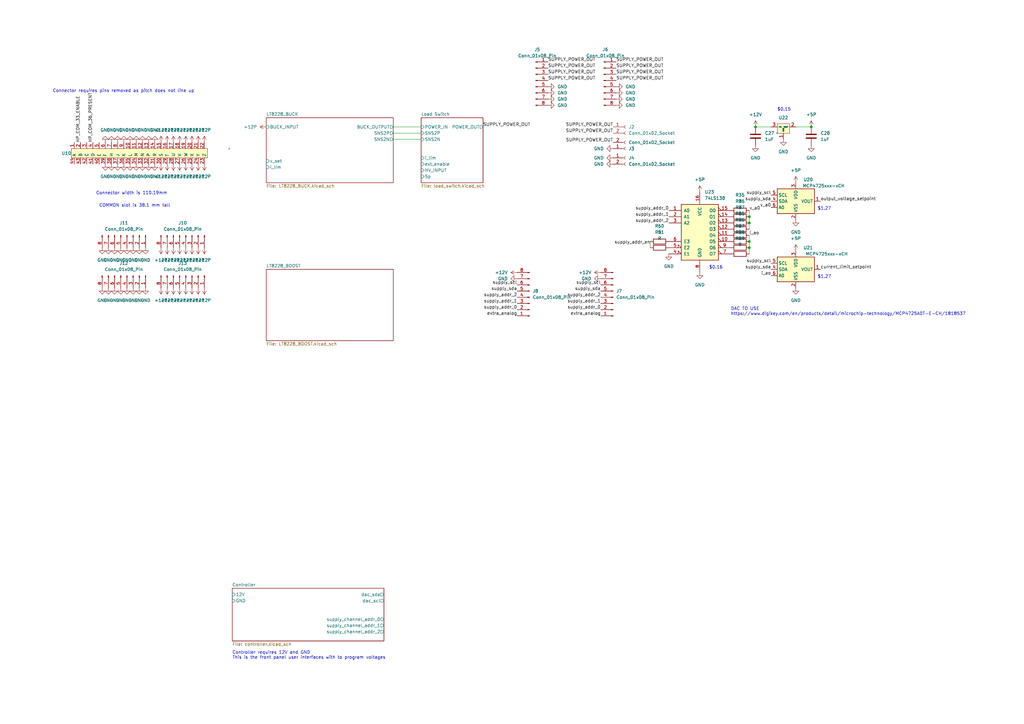
<source format=kicad_sch>
(kicad_sch (version 20230121) (generator eeschema)
  (paper "A3")
  (lib_symbols
    (symbol "74xx:74LS138" (pin_names (offset 1.016))
      (property "Reference" "U" (at -7.62 11.43 0))
      (property "Value" "74LS138" (at -7.62 -13.97 0))
      (symbol "74LS138_1_0"
        (pin input line (at -12.7 7.62 0) (length 5.08) (name "A0") (number "1"))
        (pin output output_low (at 12.7 -5.08 180) (length 5.08) (name "O5") (number "10"))
        (pin output output_low (at 12.7 -2.54 180) (length 5.08) (name "O4") (number "11"))
        (pin output output_low (at 12.7 0 180) (length 5.08) (name "O3") (number "12"))
        (pin output output_low (at 12.7 2.54 180) (length 5.08) (name "O2") (number "13"))
        (pin output output_low (at 12.7 5.08 180) (length 5.08) (name "O1") (number "14"))
        (pin output output_low (at 12.7 7.62 180) (length 5.08) (name "O0") (number "15"))
        (pin power_in line (at 0 15.24 270) (length 5.08) (name "VCC") (number "16"))
        (pin input line (at -12.7 5.08 0) (length 5.08) (name "A1") (number "2"))
        (pin input line (at -12.7 2.54 0) (length 5.08) (name "A2") (number "3"))
        (pin input input_low (at -12.7 -10.16 0) (length 5.08) (name "E1") (number "4"))
        (pin input input_low (at -12.7 -7.62 0) (length 5.08) (name "E2") (number "5"))
        (pin input line (at -12.7 -5.08 0) (length 5.08) (name "E3") (number "6"))
        (pin output output_low (at 12.7 -10.16 180) (length 5.08) (name "O7") (number "7"))
        (pin power_in line (at 0 -17.78 90) (length 5.08) (name "GND") (number "8"))
        (pin output output_low (at 12.7 -7.62 180) (length 5.08) (name "O6") (number "9"))
      )
      (symbol "74LS138_1_1"
        (rectangle (start -7.62 10.16) (end 7.62 -12.7) (stroke (width 0.254)) (fill (type background)))
      )
    )
    (symbol "Analog_DAC:MCP4725xxx-xCH"
      (property "Reference" "U" (at -6.35 6.35 0))
      (property "Value" "MCP4725xxx-xCH" (at 8.89 6.35 0))
      (symbol "MCP4725xxx-xCH_0_1"
        (rectangle (start -7.62 5.08) (end 7.62 -5.08) (stroke (width 0.254)) (fill (type background)))
      )
      (symbol "MCP4725xxx-xCH_1_1"
        (pin output line (at 10.16 0 180) (length 2.54) (name "VOUT") (number "1"))
        (pin power_in line (at 0 -7.62 90) (length 2.54) (name "VSS") (number "2"))
        (pin power_in line (at 0 7.62 270) (length 2.54) (name "VDD") (number "3"))
        (pin bidirectional line (at -10.16 0 0) (length 2.54) (name "SDA") (number "4"))
        (pin input line (at -10.16 2.54 0) (length 2.54) (name "SCL") (number "5"))
        (pin input line (at -10.16 -2.54 0) (length 2.54) (name "A0") (number "6"))
      )
    )
    (symbol "Connector:Conn_01x02_Socket" (pin_names (offset 1.016) hide)
      (property "Reference" "J" (at 0 2.54 0))
      (property "Value" "Conn_01x02_Socket" (at 0 -5.08 0))
      (symbol "Conn_01x02_Socket_1_1"
        (arc (start 0 -2.032) (mid -0.5058 -2.54) (end 0 -3.048) (stroke (width 0.1524)))
        (polyline (pts (xy -1.27 -2.54) (xy -0.508 -2.54)) (stroke (width 0.1524)))
        (polyline (pts (xy -1.27 0) (xy -0.508 0)) (stroke (width 0.1524)))
        (arc (start 0 0.508) (mid -0.5058 0) (end 0 -0.508) (stroke (width 0.1524)))
        (pin passive line (at -5.08 0 0) (length 3.81) (name "Pin_1") (number "1"))
        (pin passive line (at -5.08 -2.54 0) (length 3.81) (name "Pin_2") (number "2"))
      )
    )
    (symbol "Connector:Conn_01x08_Pin" (pin_names (offset 1.016) hide)
      (property "Reference" "J" (at 0 10.16 0))
      (property "Value" "Conn_01x08_Pin" (at 0 -12.7 0))
      (symbol "Conn_01x08_Pin_1_1"
        (polyline (pts (xy 1.27 -10.16) (xy 0.8636 -10.16)) (stroke (width 0.1524)))
        (polyline (pts (xy 1.27 -7.62) (xy 0.8636 -7.62)) (stroke (width 0.1524)))
        (polyline (pts (xy 1.27 -5.08) (xy 0.8636 -5.08)) (stroke (width 0.1524)))
        (polyline (pts (xy 1.27 -2.54) (xy 0.8636 -2.54)) (stroke (width 0.1524)))
        (polyline (pts (xy 1.27 0) (xy 0.8636 0)) (stroke (width 0.1524)))
        (polyline (pts (xy 1.27 2.54) (xy 0.8636 2.54)) (stroke (width 0.1524)))
        (polyline (pts (xy 1.27 5.08) (xy 0.8636 5.08)) (stroke (width 0.1524)))
        (polyline (pts (xy 1.27 7.62) (xy 0.8636 7.62)) (stroke (width 0.1524)))
        (rectangle (start 0.8636 -10.033) (end 0 -10.287) (stroke (width 0.1524)) (fill (type outline)))
        (rectangle (start 0.8636 -7.493) (end 0 -7.747) (stroke (width 0.1524)) (fill (type outline)))
        (rectangle (start 0.8636 -4.953) (end 0 -5.207) (stroke (width 0.1524)) (fill (type outline)))
        (rectangle (start 0.8636 -2.413) (end 0 -2.667) (stroke (width 0.1524)) (fill (type outline)))
        (rectangle (start 0.8636 0.127) (end 0 -0.127) (stroke (width 0.1524)) (fill (type outline)))
        (rectangle (start 0.8636 2.667) (end 0 2.413) (stroke (width 0.1524)) (fill (type outline)))
        (rectangle (start 0.8636 5.207) (end 0 4.953) (stroke (width 0.1524)) (fill (type outline)))
        (rectangle (start 0.8636 7.747) (end 0 7.493) (stroke (width 0.1524)) (fill (type outline)))
        (pin passive line (at 5.08 7.62 180) (length 3.81) (name "Pin_1") (number "1"))
        (pin passive line (at 5.08 5.08 180) (length 3.81) (name "Pin_2") (number "2"))
        (pin passive line (at 5.08 2.54 180) (length 3.81) (name "Pin_3") (number "3"))
        (pin passive line (at 5.08 0 180) (length 3.81) (name "Pin_4") (number "4"))
        (pin passive line (at 5.08 -2.54 180) (length 3.81) (name "Pin_5") (number "5"))
        (pin passive line (at 5.08 -5.08 180) (length 3.81) (name "Pin_6") (number "6"))
        (pin passive line (at 5.08 -7.62 180) (length 3.81) (name "Pin_7") (number "7"))
        (pin passive line (at 5.08 -10.16 180) (length 3.81) (name "Pin_8") (number "8"))
      )
    )
    (symbol "Device:C" (pin_numbers hide) (pin_names (offset 0.254))
      (property "Reference" "C" (at 0.635 2.54 0))
      (property "Value" "C" (at 0.635 -2.54 0))
      (symbol "C_0_1"
        (polyline (pts (xy -2.032 -0.762) (xy 2.032 -0.762)) (stroke (width 0.508)))
        (polyline (pts (xy -2.032 0.762) (xy 2.032 0.762)) (stroke (width 0.508)))
      )
      (symbol "C_1_1"
        (pin passive line (at 0 3.81 270) (length 2.794) (name "~") (number "1"))
        (pin passive line (at 0 -3.81 90) (length 2.794) (name "~") (number "2"))
      )
    )
    (symbol "Device:R" (pin_numbers hide) (pin_names (offset 0))
      (property "Reference" "R" (at 2.032 0 90))
      (property "Value" "R" (at 0 0 90))
      (symbol "R_0_1"
        (rectangle (start -1.016 -2.54) (end 1.016 2.54) (stroke (width 0.254)))
      )
      (symbol "R_1_1"
        (pin passive line (at 0 3.81 270) (length 1.27) (name "~") (number "1"))
        (pin passive line (at 0 -3.81 90) (length 1.27) (name "~") (number "2"))
      )
    )
    (symbol "my parts:50-44A-30"
      (property "Reference" "J" (at 0 0 0))
      (symbol "50-44A-30_1_1"
        (rectangle (start 0 64.77) (end 3.81 8.89) (fill (type background)))
        (pin input line (at -2.54 63.5 0) (length 2.54) (name "") (number "1"))
        (pin input line (at -2.54 40.64 0) (length 2.54) (name "") (number "10"))
        (pin input line (at -2.54 38.1 0) (length 2.54) (name "") (number "11"))
        (pin input line (at -2.54 35.56 0) (length 2.54) (name "") (number "12"))
        (pin input line (at -2.54 33.02 0) (length 2.54) (name "") (number "13"))
        (pin input line (at -2.54 30.48 0) (length 2.54) (name "") (number "14"))
        (pin input line (at -2.54 27.94 0) (length 2.54) (name "") (number "15"))
        (pin input line (at -2.54 25.4 0) (length 2.54) (name "") (number "16"))
        (pin input line (at -2.54 22.86 0) (length 2.54) (name "") (number "17"))
        (pin input line (at -2.54 20.32 0) (length 2.54) (name "") (number "18"))
        (pin input line (at -2.54 17.78 0) (length 2.54) (name "") (number "19"))
        (pin input line (at -2.54 60.96 0) (length 2.54) (name "") (number "2"))
        (pin input line (at -2.54 15.24 0) (length 2.54) (name "") (number "20"))
        (pin input line (at -2.54 12.7 0) (length 2.54) (name "") (number "21"))
        (pin input line (at -2.54 10.16 0) (length 2.54) (name "") (number "22"))
        (pin input line (at 6.35 10.16 180) (length 2.54) (name "Z") (number "23"))
        (pin input line (at 6.35 12.7 180) (length 2.54) (name "Y") (number "24"))
        (pin input line (at 6.35 15.24 180) (length 2.54) (name "X") (number "25"))
        (pin input line (at 6.35 17.78 180) (length 2.54) (name "W") (number "26"))
        (pin input line (at 6.35 20.32 180) (length 2.54) (name "V") (number "27"))
        (pin input line (at 6.35 22.86 180) (length 2.54) (name "U") (number "28"))
        (pin input line (at 6.35 25.4 180) (length 2.54) (name "T") (number "29"))
        (pin input line (at -2.54 58.42 0) (length 2.54) (name "") (number "3"))
        (pin input line (at 6.35 27.94 180) (length 2.54) (name "S") (number "30"))
        (pin input line (at 6.35 30.48 180) (length 2.54) (name "R") (number "31"))
        (pin input line (at 6.35 33.02 180) (length 2.54) (name "P") (number "32"))
        (pin input line (at 6.35 35.56 180) (length 2.54) (name "N") (number "33"))
        (pin input line (at 6.35 38.1 180) (length 2.54) (name "M") (number "34"))
        (pin input line (at 6.35 40.64 180) (length 2.54) (name "L") (number "35"))
        (pin input line (at 6.35 43.18 180) (length 2.54) (name "K") (number "36"))
        (pin input line (at 6.35 45.72 180) (length 2.54) (name "J") (number "37"))
        (pin input line (at 6.35 48.26 180) (length 2.54) (name "H") (number "38"))
        (pin input line (at 6.35 50.8 180) (length 2.54) (name "F") (number "39"))
        (pin input line (at -2.54 55.88 0) (length 2.54) (name "") (number "4"))
        (pin input line (at 6.35 53.34 180) (length 2.54) (name "E") (number "40"))
        (pin input line (at 6.35 55.88 180) (length 2.54) (name "D") (number "41"))
        (pin input line (at 6.35 58.42 180) (length 2.54) (name "C") (number "42"))
        (pin input line (at 6.35 60.96 180) (length 2.54) (name "B") (number "43"))
        (pin input line (at 6.35 63.5 180) (length 2.54) (name "A") (number "44"))
        (pin input line (at -2.54 53.34 0) (length 2.54) (name "") (number "5"))
        (pin input line (at -2.54 50.8 0) (length 2.54) (name "") (number "6"))
        (pin input line (at -2.54 48.26 0) (length 2.54) (name "") (number "7"))
        (pin input line (at -2.54 45.72 0) (length 2.54) (name "") (number "8"))
        (pin input line (at -2.54 43.18 0) (length 2.54) (name "") (number "9"))
      )
    )
    (symbol "my parts:spx1117m3-l-5-0"
      (property "Reference" "U" (at 0 0 0))
      (symbol "spx1117m3-l-5-0_1_1"
        (rectangle (start 0 3.81) (end 5.08 0) (fill (type background)))
        (pin input line (at 2.54 -2.54 90) (length 2.54) (name "GND") (number "1"))
        (pin output line (at 7.62 2.54 180) (length 2.54) (name "VOUT") (number "2"))
        (pin input line (at -2.54 2.54 0) (length 2.54) (name "VIN") (number "3"))
      )
    )
    (symbol "power:+12P" (power) (pin_names (offset 0))
      (property "Value" "+12P" (at 0 3.556 0))
      (symbol "+12P_0_1"
        (polyline (pts (xy -0.762 1.27) (xy 0 2.54)))
        (polyline (pts (xy 0 0) (xy 0 2.54)))
        (polyline (pts (xy 0 2.54) (xy 0.762 1.27)))
      )
      (symbol "+12P_1_1"
        (pin power_in line (at 0 0 90) (length 0) hide (name "+12P") (number "1"))
      )
    )
    (symbol "power:+12V" (power) (pin_names (offset 0))
      (property "Value" "+12V" (at 0 3.556 0))
      (symbol "+12V_0_1"
        (polyline (pts (xy -0.762 1.27) (xy 0 2.54)))
        (polyline (pts (xy 0 0) (xy 0 2.54)))
        (polyline (pts (xy 0 2.54) (xy 0.762 1.27)))
      )
      (symbol "+12V_1_1"
        (pin power_in line (at 0 0 90) (length 0) hide (name "+12V") (number "1"))
      )
    )
    (symbol "power:+5P" (power) (pin_names (offset 0))
      (property "Value" "+5P" (at 0 3.556 0))
      (symbol "+5P_0_1"
        (polyline (pts (xy -0.762 1.27) (xy 0 2.54)))
        (polyline (pts (xy 0 0) (xy 0 2.54)))
        (polyline (pts (xy 0 2.54) (xy 0.762 1.27)))
      )
      (symbol "+5P_1_1"
        (pin power_in line (at 0 0 90) (length 0) hide (name "+5P") (number "1"))
      )
    )
    (symbol "power:GND" (power) (pin_names (offset 0))
      (property "Value" "GND" (at 0 -3.81 0))
      (symbol "GND_0_1"
        (polyline (pts (xy 0 0) (xy 0 -1.27) (xy 1.27 -1.27) (xy 0 -2.54) (xy -1.27 -1.27) (xy 0 -1.27)))
      )
      (symbol "GND_1_1"
        (pin power_in line (at 0 0 270) (length 0) hide (name "GND") (number "1"))
      )
    )
  )
  (junction (at 307.34 101.6))
  (junction (at 307.34 91.44))
  (junction (at 307.34 99.06))
  (junction (at 307.34 88.9))
  (junction (at 332.74 52.07))
  (junction (at 309.88 52.07))
  (wire (pts (xy 332.74 52.07) (xy 326.39 52.07)))
  (wire (pts (xy 307.34 101.6) (xy 307.34 104.14)))
  (wire (pts (xy 161.29 54.61) (xy 172.72 54.61)))
  (wire (pts (xy 161.29 57.15) (xy 172.72 57.15)))
  (wire (pts (xy 307.34 91.44) (xy 307.34 93.98)))
  (wire (pts (xy 307.34 86.36) (xy 307.34 88.9)))
  (wire (pts (xy 309.88 52.07) (xy 316.23 52.07)))
  (wire (pts (xy 307.34 99.06) (xy 307.34 101.6)))
  (wire (pts (xy 307.34 96.52) (xy 307.34 99.06)))
  (wire (pts (xy 161.29 52.07) (xy 172.72 52.07)))
  (wire (pts (xy 266.7 99.06) (xy 266.7 101.6)))
  (wire (pts (xy 307.34 88.9) (xy 307.34 91.44)))
  (text "$0.15" (at 318.77 45.72 0) (effects (font (size 1.27 1.27)) (justify left bottom)))
  (text "COMMON slot is 38.1 mm tall" (at 40.64 85.09 0) (effects (font (size 1.27 1.27)) (justify left bottom)))
  (text "Connector requires pins removed as pitch does not line up\n" (at 21.59 38.1 0) (effects (font (size 1.27 1.27)) (justify left bottom)))
  (text "$1.27" (at 335.28 114.3 0) (effects (font (size 1.27 1.27)) (justify left bottom)))
  (text "DAC TO USE\nhttps://www.digikey.com/en/products/detail/microchip-technology/MCP4725A0T-E-CH/1818537" (at 299.72 129.54 0) (effects (font (size 1.27 1.27)) (justify left bottom)))
  (text "$1.27" (at 335.28 86.36 0) (effects (font (size 1.27 1.27)) (justify left bottom)))
  (text "Controller requires 12V and GND\nThis is the front panel user interfaces with to program voltages" (at 95.25 270.51 0) (effects (font (size 1.27 1.27)) (justify left bottom)))
  (text "$0.16" (at 290.83 110.49 0) (effects (font (size 1.27 1.27)) (justify left bottom)))
  (text "Connector width is 110.19mm" (at 39.37 80.01 0) (effects (font (size 1.27 1.27)) (justify left bottom)))
  (label "SUPPLY_POWER_OUT" (at 224.79 30.48 0))
  (label "supply_scl" (at 212.09 116.84 180))
  (label "supply_sda" (at 316.23 82.55 180))
  (label "extra_analog" (at 246.38 129.54 180))
  (label "HP_COM_36_PRESENT" (at 38.1 58.42 90))
  (label "supply_addr_2" (at 212.09 121.92 180))
  (label "supply_sda" (at 246.38 119.38 180))
  (label "extra_analog" (at 212.09 129.54 180))
  (label "SUPPLY_POWER_OUT" (at 251.46 52.07 180))
  (label "supply_addr_2" (at 246.38 121.92 180))
  (label "v_a0" (at 307.34 86.36 0))
  (label "HP_COM_33_ENABLE" (at 33.02 58.42 90))
  (label "i_ao" (at 307.34 96.52 0))
  (label "supply_addr_0" (at 274.32 86.36 180))
  (label "SUPPLY_POWER_OUT" (at 224.79 27.94 0))
  (label "supply_addr_1" (at 274.32 88.9 180))
  (label "current_limit_setpoint" (at 336.55 110.49 0))
  (label "SUPPLY_POWER_OUT" (at 252.73 25.4 0))
  (label "SUPPLY_POWER_OUT" (at 252.73 27.94 0))
  (label "SUPPLY_POWER_OUT" (at 251.46 54.61 180))
  (label "supply_sda" (at 316.23 110.49 180))
  (label "supply_addr_0" (at 246.38 127 180))
  (label "supply_addr_en" (at 266.7 100.33 180))
  (label "supply_addr_1" (at 212.09 124.46 180))
  (label "SUPPLY_POWER_OUT" (at 224.79 25.4 0))
  (label "supply_scl" (at 316.23 107.95 180))
  (label "supply_scl" (at 246.38 116.84 180))
  (label "SUPPLY_POWER_OUT" (at 251.46 58.42 180))
  (label "SUPPLY_POWER_OUT" (at 198.12 52.07 0))
  (label "output_voltage_setpoint" (at 336.55 82.55 0))
  (label "SUPPLY_POWER_OUT" (at 252.73 30.48 0))
  (label "i_ao" (at 316.23 113.03 180))
  (label "SUPPLY_POWER_OUT" (at 252.73 33.02 0))
  (label "SUPPLY_POWER_OUT" (at 224.79 33.02 0))
  (label "v_a0" (at 316.23 85.09 180))
  (label "supply_addr_1" (at 246.38 124.46 180))
  (label "supply_addr_0" (at 212.09 127 180))
  (label "supply_scl" (at 316.23 80.01 180))
  (label "supply_addr_2" (at 274.32 91.44 180))
  (label "supply_sda" (at 212.09 119.38 180))
  (symbol (lib_id "power:+12P") (at 83.82 118.11 180) (unit 1)
    (property "Reference" "#PWR0190" (effects hide))
    (property "Value" "+12P" (at 83.82 123.19 0))
  )
  (symbol (lib_id "Connector:Conn_01x08_Pin") (at 52.07 113.03 270) (unit 1)
    (property "Reference" "J12" (at 50.8 107.95 90))
    (property "Value" "Conn_01x08_Pin" (at 50.8 110.49 90))
    (property "Footprint" "Connector_PinHeader_2.54mm:PinHeader_1x08_P2.54mm_Vertical" (effects hide))
  )
  (symbol (lib_id "Device:R") (at 303.53 96.52 90) (unit 1)
    (property "Reference" "R56" (at 303.53 90.17 90))
    (property "Value" "R" (at 303.53 92.71 90))
    (property "Footprint" "Resistor_SMD:R_0603_1608Metric_Pad0.98x0.95mm_HandSolder" (effects hide))
  )
  (symbol (lib_id "power:GND") (at 46.99 101.6 0) (unit 1)
    (property "Reference" "#PWR0161" (effects hide))
    (property "Value" "GND" (at 46.99 106.68 0))
  )
  (symbol (lib_id "Device:R") (at 303.53 86.36 90) (unit 1)
    (property "Reference" "R35" (at 303.53 80.01 90))
    (property "Value" "R" (at 303.53 82.55 90))
    (property "Footprint" "Resistor_SMD:R_0603_1608Metric_Pad0.98x0.95mm_HandSolder" (effects hide))
  )
  (symbol (lib_id "power:+12P") (at 68.58 101.6 180) (unit 1)
    (property "Reference" "#PWR0168" (effects hide))
    (property "Value" "+12P" (at 68.58 106.68 0))
  )
  (symbol (lib_id "power:GND") (at 60.96 67.31 0) (unit 1)
    (property "Reference" "#PWR074" (effects hide))
    (property "Value" "GND" (at 60.96 72.39 0))
  )
  (symbol (lib_id "power:GND") (at 321.31 57.15 0) (unit 1)
    (property "Reference" "#PWR059" (effects hide))
    (property "Value" "GND" (at 321.31 62.23 0))
  )
  (symbol (lib_id "power:GND") (at 57.15 118.11 0) (unit 1)
    (property "Reference" "#PWR0181" (effects hide))
    (property "Value" "GND" (at 57.15 123.19 0))
  )
  (symbol (lib_id "my parts:50-44A-30") (at 93.98 60.96 90) (mirror x) (unit 1)
    (property "Reference" "U10" (at 29.21 62.865 90) (effects (justify left)))
    (property "Value" "~" (at 93.98 60.96 0))
    (property "Footprint" "AudioJacks:50-44A-30" (effects hide))
  )
  (symbol (lib_id "power:+12P") (at 81.28 58.42 0) (unit 1)
    (property "Reference" "#PWR097" (effects hide))
    (property "Value" "+12P" (at 81.28 53.34 0))
  )
  (symbol (lib_id "power:+5P") (at 326.39 102.87 0) (unit 1)
    (property "Reference" "#PWR061" (effects hide))
    (property "Value" "+5P" (at 326.39 97.79 0))
  )
  (symbol (lib_id "power:GND") (at 252.73 35.56 90) (unit 1)
    (property "Reference" "#PWR0150" (effects hide))
    (property "Value" "GND" (at 256.54 35.56 90) (effects (justify right)))
  )
  (symbol (lib_id "power:GND") (at 309.88 59.69 0) (unit 1)
    (property "Reference" "#PWR057" (effects hide))
    (property "Value" "GND" (at 309.88 64.77 0))
  )
  (symbol (lib_id "power:GND") (at 58.42 58.42 180) (unit 1)
    (property "Reference" "#PWR088" (effects hide))
    (property "Value" "GND" (at 58.42 53.34 0))
  )
  (symbol (lib_id "power:GND") (at 251.46 60.96 270) (unit 1)
    (property "Reference" "#PWR0145" (effects hide))
    (property "Value" "GND" (at 247.65 60.96 90) (effects (justify right)))
  )
  (symbol (lib_id "power:+12P") (at 76.2 58.42 0) (unit 1)
    (property "Reference" "#PWR095" (effects hide))
    (property "Value" "+12P" (at 76.2 53.34 0))
  )
  (symbol (lib_id "power:GND") (at 48.26 67.31 0) (unit 1)
    (property "Reference" "#PWR079" (effects hide))
    (property "Value" "GND" (at 48.26 72.39 0))
  )
  (symbol (lib_id "power:GND") (at 326.39 118.11 0) (unit 1)
    (property "Reference" "#PWR043" (effects hide))
    (property "Value" "GND" (at 326.39 123.19 0))
  )
  (symbol (lib_id "power:+12P") (at 71.12 58.42 0) (unit 1)
    (property "Reference" "#PWR093" (effects hide))
    (property "Value" "+12P" (at 71.12 53.34 0))
  )
  (symbol (lib_id "power:GND") (at 43.18 67.31 0) (unit 1)
    (property "Reference" "#PWR081" (effects hide))
    (property "Value" "GND" (at 43.18 72.39 0))
  )
  (symbol (lib_id "power:GND") (at 53.34 58.42 180) (unit 1)
    (property "Reference" "#PWR086" (effects hide))
    (property "Value" "GND" (at 53.34 53.34 0))
  )
  (symbol (lib_id "power:+12P") (at 76.2 118.11 180) (unit 1)
    (property "Reference" "#PWR0187" (effects hide))
    (property "Value" "+12P" (at 76.2 123.19 0))
  )
  (symbol (lib_id "74xx:74LS138") (at 287.02 93.98 0) (unit 1)
    (property "Reference" "U23" (at 288.9759 78.74 0) (effects (justify left)))
    (property "Value" "74LS138" (at 288.9759 81.28 0) (effects (justify left)))
    (property "Footprint" "Package_SO:SOIC-16_3.9x9.9mm_P1.27mm" (effects hide))
    (property "Datasheet" "http://www.ti.com/lit/gpn/sn74LS138" (effects hide))
  )
  (symbol (lib_id "power:+12V") (at 309.88 52.07 0) (unit 1)
    (property "Reference" "#PWR044" (effects hide))
    (property "Value" "+12V" (at 309.88 46.99 0))
  )
  (symbol (lib_id "power:GND") (at 224.79 38.1 90) (unit 1)
    (property "Reference" "#PWR0147" (effects hide))
    (property "Value" "GND" (at 228.6 38.1 90) (effects (justify right)))
  )
  (symbol (lib_id "power:GND") (at 41.91 118.11 0) (unit 1)
    (property "Reference" "#PWR0175" (effects hide))
    (property "Value" "GND" (at 41.91 123.19 0))
  )
  (symbol (lib_id "power:+12P") (at 109.22 52.07 90) (unit 1)
    (property "Reference" "#PWR06" (effects hide))
    (property "Value" "+12P" (at 105.41 52.07 90) (effects (justify left)))
  )
  (symbol (lib_id "power:GND") (at 287.02 111.76 0) (unit 1)
    (property "Reference" "#PWR062" (effects hide))
    (property "Value" "GND" (at 287.02 116.84 0))
  )
  (symbol (lib_id "power:GND") (at 246.38 114.3 270) (unit 1)
    (property "Reference" "#PWR0154" (effects hide))
    (property "Value" "GND" (at 242.57 114.3 90) (effects (justify right)))
  )
  (symbol (lib_id "power:GND") (at 274.32 104.14 0) (unit 1)
    (property "Reference" "#PWR064" (effects hide))
    (property "Value" "GND" (at 274.32 109.22 0))
  )
  (symbol (lib_id "power:GND") (at 54.61 101.6 0) (unit 1)
    (property "Reference" "#PWR0164" (effects hide))
    (property "Value" "GND" (at 54.61 106.68 0))
  )
  (symbol (lib_id "power:GND") (at 49.53 118.11 0) (unit 1)
    (property "Reference" "#PWR0178" (effects hide))
    (property "Value" "GND" (at 49.53 123.19 0))
  )
  (symbol (lib_id "power:+12P") (at 78.74 118.11 180) (unit 1)
    (property "Reference" "#PWR0188" (effects hide))
    (property "Value" "+12P" (at 78.74 123.19 0))
  )
  (symbol (lib_id "power:GND") (at 41.91 101.6 0) (unit 1)
    (property "Reference" "#PWR0159" (effects hide))
    (property "Value" "GND" (at 41.91 106.68 0))
  )
  (symbol (lib_id "power:GND") (at 60.96 58.42 180) (unit 1)
    (property "Reference" "#PWR089" (effects hide))
    (property "Value" "GND" (at 60.96 53.34 0))
  )
  (symbol (lib_id "power:+12P") (at 71.12 118.11 180) (unit 1)
    (property "Reference" "#PWR0185" (effects hide))
    (property "Value" "+12P" (at 71.12 123.19 0))
  )
  (symbol (lib_id "Connector:Conn_01x08_Pin") (at 76.2 113.03 270) (unit 1)
    (property "Reference" "J13" (at 74.93 107.95 90))
    (property "Value" "Conn_01x08_Pin" (at 74.93 110.49 90))
    (property "Footprint" "Connector_PinHeader_2.54mm:PinHeader_1x08_P2.54mm_Vertical" (effects hide))
  )
  (symbol (lib_id "power:GND") (at 252.73 38.1 90) (unit 1)
    (property "Reference" "#PWR0151" (effects hide))
    (property "Value" "GND" (at 256.54 38.1 90) (effects (justify right)))
  )
  (symbol (lib_id "power:+12P") (at 66.04 118.11 180) (unit 1)
    (property "Reference" "#PWR0183" (effects hide))
    (property "Value" "+12P" (at 66.04 123.19 0))
  )
  (symbol (lib_id "Device:R") (at 270.51 99.06 90) (unit 1)
    (property "Reference" "R60" (at 270.51 92.71 90))
    (property "Value" "R" (at 270.51 95.25 90))
    (property "Footprint" "Resistor_SMD:R_0603_1608Metric_Pad0.98x0.95mm_HandSolder" (effects hide))
  )
  (symbol (lib_id "power:+12P") (at 81.28 101.6 180) (unit 1)
    (property "Reference" "#PWR0173" (effects hide))
    (property "Value" "+12P" (at 81.28 106.68 0))
  )
  (symbol (lib_id "power:+12P") (at 83.82 67.31 180) (unit 1)
    (property "Reference" "#PWR0107" (effects hide))
    (property "Value" "+12P" (at 83.82 72.39 0))
  )
  (symbol (lib_id "power:GND") (at 326.39 90.17 0) (unit 1)
    (property "Reference" "#PWR041" (effects hide))
    (property "Value" "GND" (at 326.39 95.25 0))
  )
  (symbol (lib_id "power:+12P") (at 73.66 67.31 180) (unit 1)
    (property "Reference" "#PWR0103" (effects hide))
    (property "Value" "+12P" (at 73.66 72.39 0))
  )
  (symbol (lib_id "power:GND") (at 55.88 58.42 180) (unit 1)
    (property "Reference" "#PWR087" (effects hide))
    (property "Value" "GND" (at 55.88 53.34 0))
  )
  (symbol (lib_id "power:GND") (at 50.8 67.31 0) (unit 1)
    (property "Reference" "#PWR078" (effects hide))
    (property "Value" "GND" (at 50.8 72.39 0))
  )
  (symbol (lib_id "power:+12P") (at 73.66 58.42 0) (unit 1)
    (property "Reference" "#PWR094" (effects hide))
    (property "Value" "+12P" (at 73.66 53.34 0))
  )
  (symbol (lib_id "power:GND") (at 212.09 114.3 270) (unit 1)
    (property "Reference" "#PWR0156" (effects hide))
    (property "Value" "GND" (at 208.28 114.3 90) (effects (justify right)))
  )
  (symbol (lib_id "power:+12P") (at 78.74 58.42 0) (unit 1)
    (property "Reference" "#PWR096" (effects hide))
    (property "Value" "+12P" (at 78.74 53.34 0))
  )
  (symbol (lib_id "power:GND") (at 50.8 58.42 180) (unit 1)
    (property "Reference" "#PWR085" (effects hide))
    (property "Value" "GND" (at 50.8 53.34 0))
  )
  (symbol (lib_id "power:GND") (at 63.5 58.42 180) (unit 1)
    (property "Reference" "#PWR022" (effects hide))
    (property "Value" "GND" (at 63.5 53.34 0))
  )
  (symbol (lib_id "power:+12P") (at 71.12 101.6 180) (unit 1)
    (property "Reference" "#PWR0169" (effects hide))
    (property "Value" "+12P" (at 71.12 106.68 0))
  )
  (symbol (lib_id "power:+12P") (at 73.66 118.11 180) (unit 1)
    (property "Reference" "#PWR0186" (effects hide))
    (property "Value" "+12P" (at 73.66 123.19 0))
  )
  (symbol (lib_id "power:+12P") (at 81.28 118.11 180) (unit 1)
    (property "Reference" "#PWR0189" (effects hide))
    (property "Value" "+12P" (at 81.28 123.19 0))
  )
  (symbol (lib_id "Connector:Conn_01x08_Pin") (at 76.2 96.52 270) (unit 1)
    (property "Reference" "J10" (at 74.93 91.44 90))
    (property "Value" "Conn_01x08_Pin" (at 74.93 93.98 90))
    (property "Footprint" "Connector_PinHeader_2.54mm:PinHeader_1x08_P2.54mm_Vertical" (effects hide))
  )
  (symbol (lib_id "Device:R") (at 303.53 101.6 90) (unit 1)
    (property "Reference" "R58" (at 303.53 95.25 90))
    (property "Value" "R" (at 303.53 97.79 90))
    (property "Footprint" "Resistor_SMD:R_0603_1608Metric_Pad0.98x0.95mm_HandSolder" (effects hide))
  )
  (symbol (lib_id "power:+12P") (at 81.28 67.31 180) (unit 1)
    (property "Reference" "#PWR0106" (effects hide))
    (property "Value" "+12P" (at 81.28 72.39 0))
  )
  (symbol (lib_id "power:GND") (at 52.07 118.11 0) (unit 1)
    (property "Reference" "#PWR0179" (effects hide))
    (property "Value" "GND" (at 52.07 123.19 0))
  )
  (symbol (lib_id "power:+12P") (at 66.04 58.42 0) (unit 1)
    (property "Reference" "#PWR091" (effects hide))
    (property "Value" "+12P" (at 66.04 53.34 0))
  )
  (symbol (lib_id "Connector:Conn_01x08_Pin") (at 251.46 121.92 180) (unit 1)
    (property "Reference" "J7" (at 252.73 119.38 0) (effects (justify right)))
    (property "Value" "Conn_01x08_Pin" (at 252.73 121.92 0) (effects (justify right)))
    (property "Footprint" "Connector_PinHeader_2.54mm:PinHeader_1x08_P2.54mm_Vertical" (effects hide))
  )
  (symbol (lib_id "Connector:Conn_01x08_Pin") (at 52.07 96.52 270) (unit 1)
    (property "Reference" "J11" (at 50.8 91.44 90))
    (property "Value" "Conn_01x08_Pin" (at 50.8 93.98 90))
    (property "Footprint" "Connector_PinHeader_2.54mm:PinHeader_1x08_P2.54mm_Vertical" (effects hide))
  )
  (symbol (lib_id "Device:C") (at 309.88 55.88 0) (unit 1)
    (property "Reference" "C27" (at 313.69 54.61 0) (effects (justify left)))
    (property "Value" "1uF" (at 313.69 57.15 0) (effects (justify left)))
    (property "Footprint" "Capacitor_SMD:C_1206_3216Metric_Pad1.33x1.80mm_HandSolder" (effects hide))
  )
  (symbol (lib_id "power:+12P") (at 73.66 101.6 180) (unit 1)
    (property "Reference" "#PWR0170" (effects hide))
    (property "Value" "+12P" (at 73.66 106.68 0))
  )
  (symbol (lib_id "power:+12P") (at 68.58 67.31 180) (unit 1)
    (property "Reference" "#PWR0101" (effects hide))
    (property "Value" "+12P" (at 68.58 72.39 0))
  )
  (symbol (lib_id "power:GND") (at 224.79 43.18 90) (unit 1)
    (property "Reference" "#PWR0149" (effects hide))
    (property "Value" "GND" (at 228.6 43.18 90) (effects (justify right)))
  )
  (symbol (lib_id "power:+12V") (at 246.38 111.76 90) (unit 1)
    (property "Reference" "#PWR050" (effects hide))
    (property "Value" "+12V" (at 242.57 111.76 90) (effects (justify left)))
  )
  (symbol (lib_id "Connector:Conn_01x08_Pin") (at 217.17 121.92 180) (unit 1)
    (property "Reference" "J8" (at 218.44 119.38 0) (effects (justify right)))
    (property "Value" "Conn_01x08_Pin" (at 218.44 121.92 0) (effects (justify right)))
    (property "Footprint" "Connector_PinHeader_2.54mm:PinHeader_1x08_P2.54mm_Vertical" (effects hide))
  )
  (symbol (lib_id "power:GND") (at 251.46 67.31 270) (unit 1)
    (property "Reference" "#PWR0144" (effects hide))
    (property "Value" "GND" (at 247.65 67.31 90) (effects (justify right)))
  )
  (symbol (lib_id "power:GND") (at 48.26 58.42 180) (unit 1)
    (property "Reference" "#PWR084" (effects hide))
    (property "Value" "GND" (at 48.26 53.34 0))
  )
  (symbol (lib_id "power:GND") (at 63.5 67.31 0) (unit 1)
    (property "Reference" "#PWR07" (effects hide))
    (property "Value" "GND" (at 63.5 72.39 0))
  )
  (symbol (lib_id "power:GND") (at 252.73 43.18 90) (unit 1)
    (property "Reference" "#PWR0153" (effects hide))
    (property "Value" "GND" (at 256.54 43.18 90) (effects (justify right)))
  )
  (symbol (lib_id "power:GND") (at 44.45 118.11 0) (unit 1)
    (property "Reference" "#PWR0176" (effects hide))
    (property "Value" "GND" (at 44.45 123.19 0))
  )
  (symbol (lib_id "Connector:Conn_01x02_Socket") (at 256.54 64.77 0) (unit 1)
    (property "Reference" "J4" (at 257.81 64.77 0) (effects (justify left)))
    (property "Value" "Conn_01x02_Socket" (at 257.81 67.31 0) (effects (justify left)))
    (property "Footprint" "Connector_Phoenix_MC:PhoenixContact_MC_1,5_2-G-3.5_1x02_P3.50mm_Horizontal" (effects hide))
  )
  (symbol (lib_id "power:GND") (at 46.99 118.11 0) (unit 1)
    (property "Reference" "#PWR0177" (effects hide))
    (property "Value" "GND" (at 46.99 123.19 0))
  )
  (symbol (lib_id "power:GND") (at 59.69 118.11 0) (unit 1)
    (property "Reference" "#PWR0182" (effects hide))
    (property "Value" "GND" (at 59.69 123.19 0))
  )
  (symbol (lib_id "power:GND") (at 224.79 35.56 90) (unit 1)
    (property "Reference" "#PWR0146" (effects hide))
    (property "Value" "GND" (at 228.6 35.56 90) (effects (justify right)))
  )
  (symbol (lib_id "Device:R") (at 303.53 88.9 90) (unit 1)
    (property "Reference" "R36" (at 303.53 82.55 90))
    (property "Value" "R" (at 303.53 85.09 90))
    (property "Footprint" "Resistor_SMD:R_0603_1608Metric_Pad0.98x0.95mm_HandSolder" (effects hide))
  )
  (symbol (lib_id "power:+12P") (at 78.74 101.6 180) (unit 1)
    (property "Reference" "#PWR0172" (effects hide))
    (property "Value" "+12P" (at 78.74 106.68 0))
  )
  (symbol (lib_id "Connector:Conn_01x02_Socket") (at 256.54 60.96 0) (mirror x) (unit 1)
    (property "Reference" "J3" (at 257.81 60.96 0) (effects (justify left)))
    (property "Value" "Conn_01x02_Socket" (at 257.81 58.42 0) (effects (justify left)))
    (property "Footprint" "Connector_Phoenix_MC:PhoenixContact_MC_1,5_2-G-3.5_1x02_P3.50mm_Horizontal" (effects hide))
  )
  (symbol (lib_id "power:GND") (at 44.45 101.6 0) (unit 1)
    (property "Reference" "#PWR0160" (effects hide))
    (property "Value" "GND" (at 44.45 106.68 0))
  )
  (symbol (lib_id "Connector:Conn_01x08_Pin") (at 247.65 33.02 0) (unit 1)
    (property "Reference" "J6" (at 248.285 20.32 0))
    (property "Value" "Conn_01x08_Pin" (at 248.285 22.86 0))
    (property "Footprint" "Connector_PinHeader_2.54mm:PinHeader_1x08_P2.54mm_Vertical" (effects hide))
  )
  (symbol (lib_id "power:GND") (at 252.73 40.64 90) (unit 1)
    (property "Reference" "#PWR0152" (effects hide))
    (property "Value" "GND" (at 256.54 40.64 90) (effects (justify right)))
  )
  (symbol (lib_id "power:+12P") (at 83.82 58.42 0) (unit 1)
    (property "Reference" "#PWR098" (effects hide))
    (property "Value" "+12P" (at 83.82 53.34 0))
  )
  (symbol (lib_id "power:GND") (at 45.72 67.31 0) (unit 1)
    (property "Reference" "#PWR080" (effects hide))
    (property "Value" "GND" (at 45.72 72.39 0))
  )
  (symbol (lib_id "Analog_DAC:MCP4725xxx-xCH") (at 326.39 82.55 0) (unit 1)
    (property "Reference" "U20" (at 331.47 73.66 0))
    (property "Value" "MCP4725xxx-xCH" (at 337.82 76.2 0))
    (property "Footprint" "Package_TO_SOT_SMD:SOT-23-6" (effects hide))
    (property "Datasheet" "http://ww1.microchip.com/downloads/en/DeviceDoc/22039d.pdf" (effects hide))
  )
  (symbol (lib_id "power:GND") (at 45.72 58.42 180) (unit 1)
    (property "Reference" "#PWR083" (effects hide))
    (property "Value" "GND" (at 45.72 53.34 0))
  )
  (symbol (lib_id "my parts:spx1117m3-l-5-0") (at 318.77 54.61 0) (unit 1)
    (property "Reference" "U22" (at 321.31 48.26 0))
    (property "Value" "~" (at 318.77 54.61 0))
    (property "Footprint" "Package_TO_SOT_SMD:SOT-223-3_TabPin2" (effects hide))
  )
  (symbol (lib_id "power:+12P") (at 83.82 101.6 180) (unit 1)
    (property "Reference" "#PWR0174" (effects hide))
    (property "Value" "+12P" (at 83.82 106.68 0))
  )
  (symbol (lib_id "power:+12P") (at 68.58 58.42 0) (unit 1)
    (property "Reference" "#PWR092" (effects hide))
    (property "Value" "+12P" (at 68.58 53.34 0))
  )
  (symbol (lib_id "Device:R") (at 270.51 101.6 90) (unit 1)
    (property "Reference" "R61" (at 270.51 95.25 90))
    (property "Value" "R" (at 270.51 97.79 90))
    (property "Footprint" "Resistor_SMD:R_0603_1608Metric_Pad0.98x0.95mm_HandSolder" (effects hide))
  )
  (symbol (lib_id "power:+12P") (at 66.04 67.31 180) (unit 1)
    (property "Reference" "#PWR0100" (effects hide))
    (property "Value" "+12P" (at 66.04 72.39 0))
  )
  (symbol (lib_id "power:GND") (at 224.79 40.64 90) (unit 1)
    (property "Reference" "#PWR0148" (effects hide))
    (property "Value" "GND" (at 228.6 40.64 90) (effects (justify right)))
  )
  (symbol (lib_id "power:GND") (at 251.46 64.77 270) (unit 1)
    (property "Reference" "#PWR0143" (effects hide))
    (property "Value" "GND" (at 247.65 64.77 90) (effects (justify right)))
  )
  (symbol (lib_id "power:+12P") (at 68.58 118.11 180) (unit 1)
    (property "Reference" "#PWR0184" (effects hide))
    (property "Value" "+12P" (at 68.58 123.19 0))
  )
  (symbol (lib_id "Device:R") (at 303.53 91.44 90) (unit 1)
    (property "Reference" "R37" (at 303.53 85.09 90))
    (property "Value" "R" (at 303.53 87.63 90))
    (property "Footprint" "Resistor_SMD:R_0603_1608Metric_Pad0.98x0.95mm_HandSolder" (effects hide))
  )
  (symbol (lib_id "Device:R") (at 303.53 104.14 90) (unit 1)
    (property "Reference" "R59" (at 303.53 97.79 90))
    (property "Value" "R" (at 303.53 100.33 90))
    (property "Footprint" "Resistor_SMD:R_0603_1608Metric_Pad0.98x0.95mm_HandSolder" (effects hide))
  )
  (symbol (lib_id "power:+12P") (at 76.2 101.6 180) (unit 1)
    (property "Reference" "#PWR0171" (effects hide))
    (property "Value" "+12P" (at 76.2 106.68 0))
  )
  (symbol (lib_id "Connector:Conn_01x08_Pin") (at 219.71 33.02 0) (unit 1)
    (property "Reference" "J5" (at 220.345 20.32 0))
    (property "Value" "Conn_01x08_Pin" (at 220.345 22.86 0))
    (property "Footprint" "Connector_PinHeader_2.54mm:PinHeader_1x08_P2.54mm_Vertical" (effects hide))
  )
  (symbol (lib_id "Connector:Conn_01x02_Socket") (at 256.54 52.07 0) (unit 1)
    (property "Reference" "J2" (at 257.81 52.07 0) (effects (justify left)))
    (property "Value" "Conn_01x02_Socket" (at 257.81 54.61 0) (effects (justify left)))
    (property "Footprint" "Connector_Phoenix_MC:PhoenixContact_MC_1,5_2-G-3.5_1x02_P3.50mm_Horizontal" (effects hide))
  )
  (symbol (lib_id "Device:R") (at 303.53 93.98 90) (unit 1)
    (property "Reference" "R55" (at 303.53 87.63 90))
    (property "Value" "R" (at 303.53 90.17 90))
    (property "Footprint" "Resistor_SMD:R_0603_1608Metric_Pad0.98x0.95mm_HandSolder" (effects hide))
  )
  (symbol (lib_id "power:+12P") (at 66.04 101.6 180) (unit 1)
    (property "Reference" "#PWR0167" (effects hide))
    (property "Value" "+12P" (at 66.04 106.68 0))
  )
  (symbol (lib_id "Analog_DAC:MCP4725xxx-xCH") (at 326.39 110.49 0) (unit 1)
    (property "Reference" "U21" (at 331.47 101.6 0))
    (property "Value" "MCP4725xxx-xCH" (at 339.09 104.14 0))
    (property "Footprint" "Package_TO_SOT_SMD:SOT-23-6" (effects hide))
    (property "Datasheet" "http://ww1.microchip.com/downloads/en/DeviceDoc/22039d.pdf" (effects hide))
  )
  (symbol (lib_id "power:GND") (at 49.53 101.6 0) (unit 1)
    (property "Reference" "#PWR0162" (effects hide))
    (property "Value" "GND" (at 49.53 106.68 0))
  )
  (symbol (lib_id "power:GND") (at 58.42 67.31 0) (unit 1)
    (property "Reference" "#PWR075" (effects hide))
    (property "Value" "GND" (at 58.42 72.39 0))
  )
  (symbol (lib_id "power:GND") (at 57.15 101.6 0) (unit 1)
    (property "Reference" "#PWR0165" (effects hide))
    (property "Value" "GND" (at 57.15 106.68 0))
  )
  (symbol (lib_id "power:+12P") (at 71.12 67.31 180) (unit 1)
    (property "Reference" "#PWR0102" (effects hide))
    (property "Value" "+12P" (at 71.12 72.39 0))
  )
  (symbol (lib_id "power:GND") (at 52.07 101.6 0) (unit 1)
    (property "Reference" "#PWR0163" (effects hide))
    (property "Value" "GND" (at 52.07 106.68 0))
  )
  (symbol (lib_id "power:GND") (at 332.74 59.69 0) (unit 1)
    (property "Reference" "#PWR058" (effects hide))
    (property "Value" "GND" (at 332.74 64.77 0))
  )
  (symbol (lib_id "power:GND") (at 43.18 58.42 180) (unit 1)
    (property "Reference" "#PWR082" (effects hide))
    (property "Value" "GND" (at 43.18 53.34 0))
  )
  (symbol (lib_id "power:GND") (at 55.88 67.31 0) (unit 1)
    (property "Reference" "#PWR076" (effects hide))
    (property "Value" "GND" (at 55.88 72.39 0))
  )
  (symbol (lib_id "power:+12P") (at 78.74 67.31 180) (unit 1)
    (property "Reference" "#PWR0105" (effects hide))
    (property "Value" "+12P" (at 78.74 72.39 0))
  )
  (symbol (lib_id "Device:R") (at 303.53 99.06 90) (unit 1)
    (property "Reference" "R57" (at 303.53 92.71 90))
    (property "Value" "R" (at 303.53 95.25 90))
    (property "Footprint" "Resistor_SMD:R_0603_1608Metric_Pad0.98x0.95mm_HandSolder" (effects hide))
  )
  (symbol (lib_id "power:+5P") (at 326.39 74.93 0) (unit 1)
    (property "Reference" "#PWR060" (effects hide))
    (property "Value" "+5P" (at 326.39 69.85 0))
  )
  (symbol (lib_id "power:GND") (at 59.69 101.6 0) (unit 1)
    (property "Reference" "#PWR0166" (effects hide))
    (property "Value" "GND" (at 59.69 106.68 0))
  )
  (symbol (lib_id "power:+5P") (at 332.74 52.07 0) (unit 1)
    (property "Reference" "#PWR056" (effects hide))
    (property "Value" "+5P" (at 332.74 46.99 0))
  )
  (symbol (lib_id "power:GND") (at 54.61 118.11 0) (unit 1)
    (property "Reference" "#PWR0180" (effects hide))
    (property "Value" "GND" (at 54.61 123.19 0))
  )
  (symbol (lib_id "power:+5P") (at 287.02 78.74 0) (unit 1)
    (property "Reference" "#PWR063" (effects hide))
    (property "Value" "+5P" (at 287.02 73.66 0))
  )
  (symbol (lib_id "power:+12P") (at 76.2 67.31 180) (unit 1)
    (property "Reference" "#PWR0104" (effects hide))
    (property "Value" "+12P" (at 76.2 72.39 0))
  )
  (symbol (lib_id "power:+12V") (at 212.09 111.76 90) (unit 1)
    (property "Reference" "#PWR0155" (effects hide))
    (property "Value" "+12V" (at 208.28 111.76 90) (effects (justify left)))
  )
  (symbol (lib_id "power:GND") (at 53.34 67.31 0) (unit 1)
    (property "Reference" "#PWR077" (effects hide))
    (property "Value" "GND" (at 53.34 72.39 0))
  )
  (symbol (lib_id "Device:C") (at 332.74 55.88 0) (unit 1)
    (property "Reference" "C28" (at 336.55 54.61 0) (effects (justify left)))
    (property "Value" "1uF" (at 336.55 57.15 0) (effects (justify left)))
    (property "Footprint" "Capacitor_SMD:C_1206_3216Metric_Pad1.33x1.80mm_HandSolder" (effects hide))
  )
  (sheet (at 109.22 110.49) (size 52.07 29.21) (stroke (width 0.1524))
    (property "Sheetname" "LT8228_BOOST" (at 109.22 109.7784 0) (effects (justify left bottom)))
    (property "Sheetfile" "LT8228_BOOST.kicad_sch" (at 109.22 140.2846 0) (effects (justify left top)))
  )
  (sheet (at 172.72 48.26) (size 25.4 26.67) (stroke (width 0.1524))
    (property "Sheetname" "Load Switch" (at 172.72 47.5484 0) (effects (justify left bottom)))
    (property "Sheetfile" "load_switch.kicad_sch" (at 172.72 75.5146 0) (effects (justify left top)))
    (pin "HV_INPUT" input (at 172.72 69.85 180))
    (pin "5p" input (at 172.72 72.39 180))
    (pin "ext_enable" input (at 172.72 67.31 180))
    (pin "POWER_IN" input (at 172.72 52.07 180))
    (pin "i_lim" input (at 172.72 64.77 180))
    (pin "POWER_OUT" output (at 198.12 52.07 0))
    (pin "SNS2P" input (at 172.72 54.61 180))
    (pin "SNS2N" input (at 172.72 57.15 180))
  )
  (sheet (at 109.22 48.26) (size 52.07 26.67) (stroke (width 0.1524))
    (property "Sheetname" "LT8228_BUCK" (at 109.22 47.5484 0) (effects (justify left bottom)))
    (property "Sheetfile" "LT8228_BUCK.kicad_sch" (at 109.22 75.5146 0) (effects (justify left top)))
    (pin "v_set" input (at 109.22 66.04 180))
    (pin "i_lim" input (at 109.22 68.58 180))
    (pin "BUCK_OUTPUT" output (at 161.29 52.07 0))
    (pin "BUCK_INPUT" input (at 109.22 52.07 180))
    (pin "SNS2P" output (at 161.29 54.61 0))
    (pin "SNS2N" output (at 161.29 57.15 0))
  )
  (sheet (at 95.25 241.3) (size 62.23 21.59) (stroke (width 0.1524))
    (property "Sheetname" "Controller" (at 95.25 240.5884 0) (effects (justify left bottom)))
    (property "Sheetfile" "controller.kicad_sch" (at 95.25 263.4746 0) (effects (justify left top)))
    (pin "12V" input (at 95.25 243.84 180))
    (pin "dac_sda" output (at 157.48 243.84 0))
    (pin "dac_scl" output (at 157.48 246.38 0))
    (pin "GND" input (at 95.25 246.38 180))
    (pin "supply_channel_addr_0" output (at 157.48 254 0))
    (pin "supply_channel_addr_1" output (at 157.48 256.54 0))
    (pin "supply_channel_addr_2" output (at 157.48 259.08 0))
  )
)
</source>
